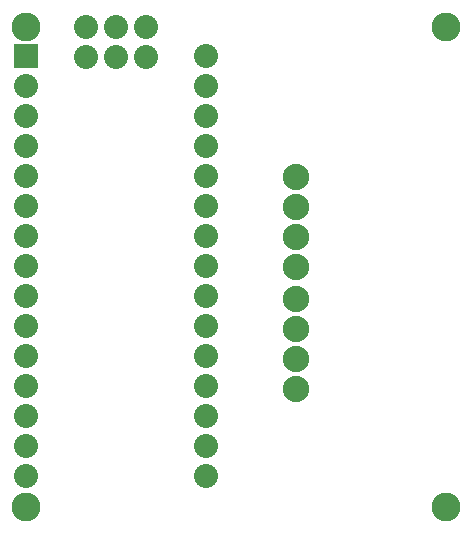
<source format=gts>
G04 MADE WITH FRITZING*
G04 WWW.FRITZING.ORG*
G04 DOUBLE SIDED*
G04 HOLES PLATED*
G04 CONTOUR ON CENTER OF CONTOUR VECTOR*
%ASAXBY*%
%FSLAX23Y23*%
%MOIN*%
%OFA0B0*%
%SFA1.0B1.0*%
%ADD10C,0.080000*%
%ADD11C,0.088000*%
%ADD12C,0.096614*%
%ADD13R,0.079958X0.080000*%
%LNMASK1*%
G90*
G70*
G54D10*
X97Y1585D03*
X97Y1485D03*
X97Y1385D03*
X97Y1285D03*
X97Y1185D03*
X97Y1085D03*
X97Y985D03*
X97Y885D03*
X97Y785D03*
X97Y685D03*
X97Y585D03*
X97Y485D03*
X97Y385D03*
X97Y285D03*
X97Y185D03*
X697Y1585D03*
X697Y1485D03*
X697Y1385D03*
X697Y1285D03*
X697Y1185D03*
X697Y1085D03*
X697Y985D03*
X697Y885D03*
X697Y785D03*
X697Y685D03*
X697Y585D03*
X697Y485D03*
X697Y385D03*
X697Y285D03*
X697Y185D03*
X297Y1681D03*
X297Y1581D03*
X397Y1681D03*
X397Y1581D03*
X497Y1681D03*
X497Y1581D03*
G54D11*
X997Y1181D03*
X997Y1081D03*
X997Y981D03*
X997Y881D03*
X997Y1181D03*
X997Y1081D03*
X997Y981D03*
X997Y881D03*
X997Y472D03*
X997Y572D03*
X997Y672D03*
X997Y772D03*
G54D12*
X1497Y1681D03*
X1497Y81D03*
X97Y1681D03*
X97Y81D03*
G54D13*
X97Y1585D03*
G04 End of Mask1*
M02*
</source>
